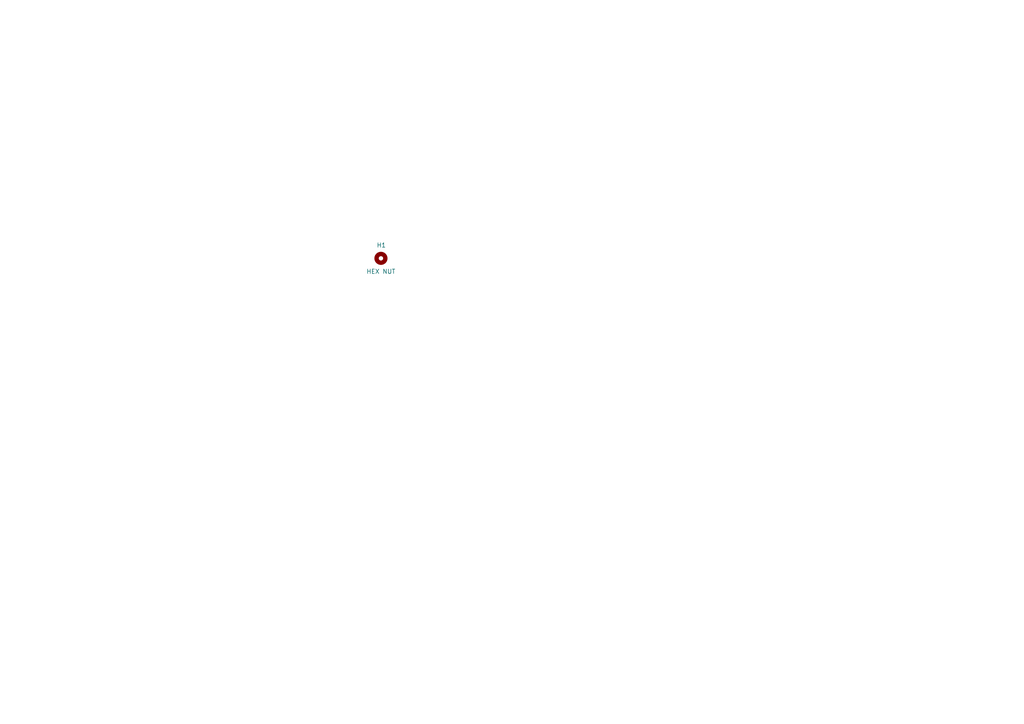
<source format=kicad_sch>
(kicad_sch (version 20211123) (generator eeschema)
  (paper "A4")
  (lib_symbols
    (symbol "Mechanical:MountingHole" (pin_names (offset 1.016))
      (property "Reference" "H" (at 0 5.08 0))
      (property "Value" "MountingHole" (at 0 3.175 0))
      (symbol "MountingHole_0_1"
        (circle (center 0 0) (radius 1.27) (stroke (width 1.27)))
      )
    )
  )
  (symbol (lib_id "Mechanical:MountingHole") (at 110.49 74.93 90) (mirror x) (unit 1)
    (property "Reference" "H1" (at 109.22 71.12 90) (effects (justify right)))
    (property "Value" "HEX NUT" (at 110.49 78.74 90))
    (property "Footprint" "Empty:Empty" (effects hide))
    (property "Device" "Knob" (effects hide))
    (property "Description" "Hex Nuts" (effects hide))
    (property "Place" "No" (effects hide))
    (property "Dist" "Thonk" (effects hide))
    (property "DistLink" "https://www.thonk.co.uk/shop/thonkiconn/" (effects hide))
    (property "Remarks" "One nut bag contains already 50 pieces" (effects hide))
  )
)
</source>
